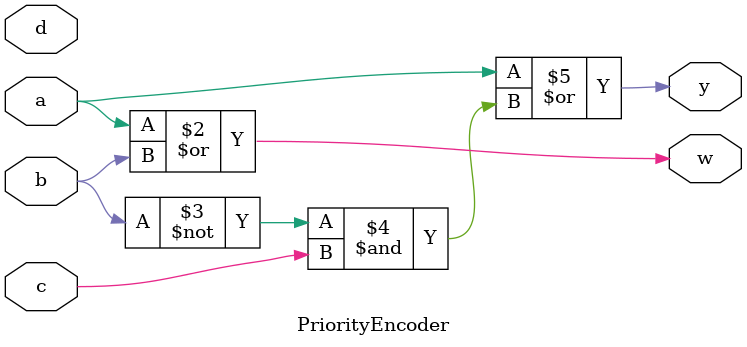
<source format=v>
module PriorityEncoder(a,b,c,d,w,y);
	   input a,b,c,d;          //Inputs
   output reg w,y;              // Outputs            
always @(a,b,c,d) begin
    w=(a|b);
    y=(a|(~b&c));
  end
endmodule


</source>
